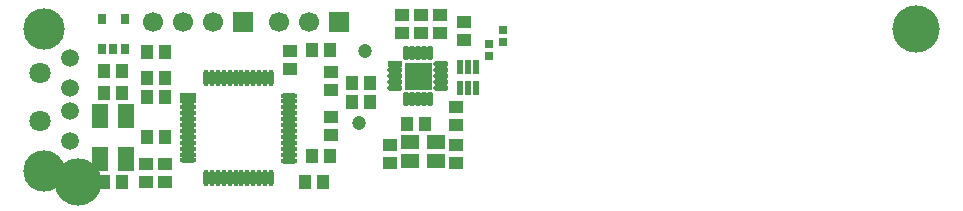
<source format=gts>
G04 (created by PCBNEW (2013-07-07 BZR 4022)-stable) date 24/11/2014 17:48:06*
%MOIN*%
G04 Gerber Fmt 3.4, Leading zero omitted, Abs format*
%FSLAX34Y34*%
G01*
G70*
G90*
G04 APERTURE LIST*
%ADD10C,0.00590551*%
%ADD11C,0.047274*%
%ADD12R,0.027874X0.037874*%
%ADD13R,0.0511811X0.0188976*%
%ADD14O,0.0511811X0.0188976*%
%ADD15O,0.0188976X0.0511811*%
%ADD16R,0.0511811X0.0511811*%
%ADD17R,0.0314961X0.0314961*%
%ADD18R,0.0629921X0.0472441*%
%ADD19R,0.0216535X0.0472441*%
%ADD20R,0.042874X0.047874*%
%ADD21R,0.055074X0.019674*%
%ADD22O,0.055074X0.019674*%
%ADD23O,0.019674X0.055074*%
%ADD24C,0.15748*%
%ADD25R,0.055074X0.082674*%
%ADD26R,0.0669291X0.0669291*%
%ADD27C,0.0669291*%
%ADD28R,0.047874X0.042874*%
%ADD29C,0.137795*%
%ADD30C,0.0590551*%
%ADD31C,0.0708661*%
G04 APERTURE END LIST*
G54D10*
G54D11*
X88691Y-69645D03*
X88503Y-72047D03*
G54D12*
X79939Y-69555D03*
X80689Y-69555D03*
X79939Y-68555D03*
X80314Y-69555D03*
X80689Y-68555D03*
G54D13*
X89712Y-70078D03*
G54D14*
X89712Y-70275D03*
X89712Y-70472D03*
X89712Y-70669D03*
X89712Y-70866D03*
G54D15*
X90086Y-71240D03*
X90283Y-71240D03*
X90479Y-71240D03*
X90676Y-71240D03*
X90873Y-71240D03*
G54D14*
X91247Y-70866D03*
X91247Y-70669D03*
X91247Y-70472D03*
X91247Y-70275D03*
X91247Y-70078D03*
G54D15*
X90873Y-69704D03*
X90676Y-69704D03*
X90479Y-69704D03*
X90283Y-69704D03*
X90086Y-69704D03*
G54D16*
X90263Y-70255D03*
X90696Y-70255D03*
X90263Y-70688D03*
X90696Y-70688D03*
G54D17*
X92834Y-69409D03*
X92834Y-69803D03*
G54D18*
X90220Y-73295D03*
X91086Y-73295D03*
X91086Y-72665D03*
X90220Y-72665D03*
G54D17*
X93307Y-68937D03*
X93307Y-69330D03*
G54D19*
X92395Y-70172D03*
X92139Y-70172D03*
X91883Y-70172D03*
X91883Y-70881D03*
X92139Y-70881D03*
X92395Y-70881D03*
G54D20*
X82032Y-70551D03*
X81432Y-70551D03*
X80614Y-74015D03*
X80014Y-74015D03*
G54D21*
X82815Y-71121D03*
G54D22*
X82815Y-71317D03*
X82815Y-71514D03*
X82815Y-71711D03*
X82815Y-71908D03*
X82815Y-72105D03*
X82815Y-72302D03*
X82815Y-72499D03*
X82815Y-72695D03*
X82815Y-72892D03*
X82815Y-73089D03*
X82814Y-73286D03*
G54D23*
X83407Y-73877D03*
X83603Y-73877D03*
X83800Y-73877D03*
X83997Y-73877D03*
X84194Y-73877D03*
X84391Y-73877D03*
X84588Y-73877D03*
X84784Y-73877D03*
X84981Y-73877D03*
X85178Y-73877D03*
X85374Y-73877D03*
X85571Y-73877D03*
G54D22*
X86162Y-73287D03*
X86162Y-73090D03*
X86162Y-72893D03*
X86162Y-72696D03*
X86162Y-72499D03*
X86162Y-72302D03*
X86162Y-72105D03*
X86162Y-71909D03*
X86162Y-71712D03*
X86162Y-71515D03*
X86162Y-71318D03*
X86162Y-71121D03*
G54D23*
X85571Y-70531D03*
X85374Y-70531D03*
X85177Y-70531D03*
X84980Y-70531D03*
X84783Y-70531D03*
X84586Y-70531D03*
X84390Y-70531D03*
X84193Y-70531D03*
X83996Y-70531D03*
X83799Y-70531D03*
X83602Y-70531D03*
X83405Y-70531D03*
G54D24*
X107086Y-68897D03*
X79133Y-74015D03*
G54D25*
X79881Y-71791D03*
X79881Y-73247D03*
X80747Y-73247D03*
X80747Y-71791D03*
G54D20*
X80014Y-71023D03*
X80614Y-71023D03*
X80014Y-70314D03*
X80614Y-70314D03*
G54D26*
X84649Y-68661D03*
G54D27*
X83649Y-68661D03*
X82649Y-68661D03*
X81649Y-68661D03*
G54D26*
X87850Y-68661D03*
G54D27*
X86850Y-68661D03*
X85850Y-68661D03*
G54D28*
X90574Y-69028D03*
X90574Y-68428D03*
G54D20*
X86944Y-69606D03*
X87544Y-69606D03*
X86944Y-73149D03*
X87544Y-73149D03*
X82032Y-72519D03*
X81432Y-72519D03*
G54D28*
X87559Y-70329D03*
X87559Y-70929D03*
G54D20*
X88882Y-70708D03*
X88282Y-70708D03*
X86707Y-74015D03*
X87307Y-74015D03*
X82032Y-71181D03*
X81432Y-71181D03*
G54D28*
X81417Y-73400D03*
X81417Y-74000D03*
X82047Y-73400D03*
X82047Y-74000D03*
X91755Y-72759D03*
X91755Y-73359D03*
X89551Y-73359D03*
X89551Y-72759D03*
X89944Y-69028D03*
X89944Y-68428D03*
G54D20*
X90717Y-72064D03*
X90117Y-72064D03*
X81432Y-69685D03*
X82032Y-69685D03*
G54D28*
X91755Y-71499D03*
X91755Y-72099D03*
X91991Y-69265D03*
X91991Y-68665D03*
X91204Y-69028D03*
X91204Y-68428D03*
G54D20*
X88882Y-71338D03*
X88282Y-71338D03*
G54D28*
X86220Y-70221D03*
X86220Y-69621D03*
X87559Y-72425D03*
X87559Y-71825D03*
G54D29*
X77992Y-68897D03*
X77992Y-73622D03*
G54D30*
X78858Y-72637D03*
X78858Y-71653D03*
X78858Y-70866D03*
X78858Y-69881D03*
G54D31*
X77874Y-70354D03*
X77874Y-71968D03*
M02*

</source>
